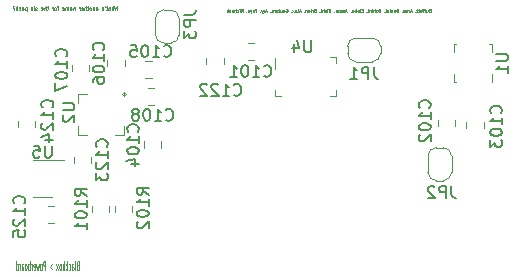
<source format=gbr>
%TF.GenerationSoftware,KiCad,Pcbnew,6.0.5*%
%TF.CreationDate,2022-05-19T12:05:38-04:00*%
%TF.ProjectId,Blackbox,426c6163-6b62-46f7-982e-6b696361645f,rev?*%
%TF.SameCoordinates,Original*%
%TF.FileFunction,Legend,Bot*%
%TF.FilePolarity,Positive*%
%FSLAX46Y46*%
G04 Gerber Fmt 4.6, Leading zero omitted, Abs format (unit mm)*
G04 Created by KiCad (PCBNEW 6.0.5) date 2022-05-19 12:05:38*
%MOMM*%
%LPD*%
G01*
G04 APERTURE LIST*
%ADD10C,0.063500*%
%ADD11C,0.050000*%
%ADD12C,0.075000*%
%ADD13C,0.150000*%
%ADD14C,0.120000*%
G04 APERTURE END LIST*
D10*
X175945285Y-95581857D02*
X175909000Y-95593952D01*
X175896904Y-95606047D01*
X175884809Y-95630238D01*
X175884809Y-95666523D01*
X175896904Y-95690714D01*
X175909000Y-95702809D01*
X175933190Y-95714904D01*
X176029952Y-95714904D01*
X176029952Y-95460904D01*
X175945285Y-95460904D01*
X175921095Y-95473000D01*
X175909000Y-95485095D01*
X175896904Y-95509285D01*
X175896904Y-95533476D01*
X175909000Y-95557666D01*
X175921095Y-95569761D01*
X175945285Y-95581857D01*
X176029952Y-95581857D01*
X175667095Y-95545571D02*
X175667095Y-95714904D01*
X175775952Y-95545571D02*
X175775952Y-95678619D01*
X175763857Y-95702809D01*
X175739666Y-95714904D01*
X175703380Y-95714904D01*
X175679190Y-95702809D01*
X175667095Y-95690714D01*
X175582428Y-95545571D02*
X175485666Y-95545571D01*
X175546142Y-95714904D02*
X175546142Y-95497190D01*
X175534047Y-95473000D01*
X175509857Y-95460904D01*
X175485666Y-95460904D01*
X175437285Y-95545571D02*
X175340523Y-95545571D01*
X175401000Y-95714904D02*
X175401000Y-95497190D01*
X175388904Y-95473000D01*
X175364714Y-95460904D01*
X175340523Y-95460904D01*
X175159095Y-95702809D02*
X175183285Y-95714904D01*
X175231666Y-95714904D01*
X175255857Y-95702809D01*
X175267952Y-95678619D01*
X175267952Y-95581857D01*
X175255857Y-95557666D01*
X175231666Y-95545571D01*
X175183285Y-95545571D01*
X175159095Y-95557666D01*
X175147000Y-95581857D01*
X175147000Y-95606047D01*
X175267952Y-95630238D01*
X175074428Y-95545571D02*
X174977666Y-95545571D01*
X175038142Y-95460904D02*
X175038142Y-95678619D01*
X175026047Y-95702809D01*
X175001857Y-95714904D01*
X174977666Y-95714904D01*
X174929285Y-95545571D02*
X174832523Y-95545571D01*
X174893000Y-95460904D02*
X174893000Y-95678619D01*
X174880904Y-95702809D01*
X174856714Y-95714904D01*
X174832523Y-95714904D01*
X174735761Y-95702809D02*
X174735761Y-95714904D01*
X174747857Y-95739095D01*
X174759952Y-95751190D01*
X174445476Y-95642333D02*
X174324523Y-95642333D01*
X174469666Y-95714904D02*
X174385000Y-95460904D01*
X174300333Y-95714904D01*
X174215666Y-95714904D02*
X174215666Y-95545571D01*
X174215666Y-95593952D02*
X174203571Y-95569761D01*
X174191476Y-95557666D01*
X174167285Y-95545571D01*
X174143095Y-95545571D01*
X174058428Y-95545571D02*
X174058428Y-95714904D01*
X174058428Y-95569761D02*
X174046333Y-95557666D01*
X174022142Y-95545571D01*
X173985857Y-95545571D01*
X173961666Y-95557666D01*
X173949571Y-95581857D01*
X173949571Y-95714904D01*
X173719761Y-95714904D02*
X173719761Y-95581857D01*
X173731857Y-95557666D01*
X173756047Y-95545571D01*
X173804428Y-95545571D01*
X173828619Y-95557666D01*
X173719761Y-95702809D02*
X173743952Y-95714904D01*
X173804428Y-95714904D01*
X173828619Y-95702809D01*
X173840714Y-95678619D01*
X173840714Y-95654428D01*
X173828619Y-95630238D01*
X173804428Y-95618142D01*
X173743952Y-95618142D01*
X173719761Y-95606047D01*
X173586714Y-95702809D02*
X173586714Y-95714904D01*
X173598809Y-95739095D01*
X173610904Y-95751190D01*
X173284333Y-95714904D02*
X173284333Y-95460904D01*
X173223857Y-95460904D01*
X173187571Y-95473000D01*
X173163380Y-95497190D01*
X173151285Y-95521380D01*
X173139190Y-95569761D01*
X173139190Y-95606047D01*
X173151285Y-95654428D01*
X173163380Y-95678619D01*
X173187571Y-95702809D01*
X173223857Y-95714904D01*
X173284333Y-95714904D01*
X172921476Y-95714904D02*
X172921476Y-95581857D01*
X172933571Y-95557666D01*
X172957761Y-95545571D01*
X173006142Y-95545571D01*
X173030333Y-95557666D01*
X172921476Y-95702809D02*
X172945666Y-95714904D01*
X173006142Y-95714904D01*
X173030333Y-95702809D01*
X173042428Y-95678619D01*
X173042428Y-95654428D01*
X173030333Y-95630238D01*
X173006142Y-95618142D01*
X172945666Y-95618142D01*
X172921476Y-95606047D01*
X172800523Y-95545571D02*
X172800523Y-95714904D01*
X172800523Y-95569761D02*
X172788428Y-95557666D01*
X172764238Y-95545571D01*
X172727952Y-95545571D01*
X172703761Y-95557666D01*
X172691666Y-95581857D01*
X172691666Y-95714904D01*
X172570714Y-95714904D02*
X172570714Y-95545571D01*
X172570714Y-95460904D02*
X172582809Y-95473000D01*
X172570714Y-95485095D01*
X172558619Y-95473000D01*
X172570714Y-95460904D01*
X172570714Y-95485095D01*
X172353000Y-95702809D02*
X172377190Y-95714904D01*
X172425571Y-95714904D01*
X172449761Y-95702809D01*
X172461857Y-95678619D01*
X172461857Y-95581857D01*
X172449761Y-95557666D01*
X172425571Y-95545571D01*
X172377190Y-95545571D01*
X172353000Y-95557666D01*
X172340904Y-95581857D01*
X172340904Y-95606047D01*
X172461857Y-95630238D01*
X172195761Y-95714904D02*
X172219952Y-95702809D01*
X172232047Y-95678619D01*
X172232047Y-95460904D01*
X172086904Y-95702809D02*
X172086904Y-95714904D01*
X172099000Y-95739095D01*
X172111095Y-95751190D01*
X171639380Y-95714904D02*
X171724047Y-95593952D01*
X171784523Y-95714904D02*
X171784523Y-95460904D01*
X171687761Y-95460904D01*
X171663571Y-95473000D01*
X171651476Y-95485095D01*
X171639380Y-95509285D01*
X171639380Y-95545571D01*
X171651476Y-95569761D01*
X171663571Y-95581857D01*
X171687761Y-95593952D01*
X171784523Y-95593952D01*
X171494238Y-95714904D02*
X171518428Y-95702809D01*
X171530523Y-95690714D01*
X171542619Y-95666523D01*
X171542619Y-95593952D01*
X171530523Y-95569761D01*
X171518428Y-95557666D01*
X171494238Y-95545571D01*
X171457952Y-95545571D01*
X171433761Y-95557666D01*
X171421666Y-95569761D01*
X171409571Y-95593952D01*
X171409571Y-95666523D01*
X171421666Y-95690714D01*
X171433761Y-95702809D01*
X171457952Y-95714904D01*
X171494238Y-95714904D01*
X171300714Y-95714904D02*
X171300714Y-95460904D01*
X171191857Y-95714904D02*
X171191857Y-95581857D01*
X171203952Y-95557666D01*
X171228142Y-95545571D01*
X171264428Y-95545571D01*
X171288619Y-95557666D01*
X171300714Y-95569761D01*
X171070904Y-95714904D02*
X171070904Y-95545571D01*
X171070904Y-95460904D02*
X171083000Y-95473000D01*
X171070904Y-95485095D01*
X171058809Y-95473000D01*
X171070904Y-95460904D01*
X171070904Y-95485095D01*
X170949952Y-95545571D02*
X170949952Y-95714904D01*
X170949952Y-95569761D02*
X170937857Y-95557666D01*
X170913666Y-95545571D01*
X170877380Y-95545571D01*
X170853190Y-95557666D01*
X170841095Y-95581857D01*
X170841095Y-95714904D01*
X170720142Y-95714904D02*
X170720142Y-95545571D01*
X170720142Y-95460904D02*
X170732238Y-95473000D01*
X170720142Y-95485095D01*
X170708047Y-95473000D01*
X170720142Y-95460904D01*
X170720142Y-95485095D01*
X170587095Y-95702809D02*
X170587095Y-95714904D01*
X170599190Y-95739095D01*
X170611285Y-95751190D01*
X170284714Y-95581857D02*
X170200047Y-95581857D01*
X170163761Y-95714904D02*
X170284714Y-95714904D01*
X170284714Y-95460904D01*
X170163761Y-95460904D01*
X170054904Y-95714904D02*
X170054904Y-95545571D01*
X170054904Y-95460904D02*
X170067000Y-95473000D01*
X170054904Y-95485095D01*
X170042809Y-95473000D01*
X170054904Y-95460904D01*
X170054904Y-95485095D01*
X169946047Y-95702809D02*
X169921857Y-95714904D01*
X169873476Y-95714904D01*
X169849285Y-95702809D01*
X169837190Y-95678619D01*
X169837190Y-95666523D01*
X169849285Y-95642333D01*
X169873476Y-95630238D01*
X169909761Y-95630238D01*
X169933952Y-95618142D01*
X169946047Y-95593952D01*
X169946047Y-95581857D01*
X169933952Y-95557666D01*
X169909761Y-95545571D01*
X169873476Y-95545571D01*
X169849285Y-95557666D01*
X169728333Y-95714904D02*
X169728333Y-95460904D01*
X169619476Y-95714904D02*
X169619476Y-95581857D01*
X169631571Y-95557666D01*
X169655761Y-95545571D01*
X169692047Y-95545571D01*
X169716238Y-95557666D01*
X169728333Y-95569761D01*
X169389666Y-95714904D02*
X169389666Y-95581857D01*
X169401761Y-95557666D01*
X169425952Y-95545571D01*
X169474333Y-95545571D01*
X169498523Y-95557666D01*
X169389666Y-95702809D02*
X169413857Y-95714904D01*
X169474333Y-95714904D01*
X169498523Y-95702809D01*
X169510619Y-95678619D01*
X169510619Y-95654428D01*
X169498523Y-95630238D01*
X169474333Y-95618142D01*
X169413857Y-95618142D01*
X169389666Y-95606047D01*
X169256619Y-95702809D02*
X169256619Y-95714904D01*
X169268714Y-95739095D01*
X169280809Y-95751190D01*
X168881666Y-95460904D02*
X168881666Y-95642333D01*
X168893761Y-95678619D01*
X168917952Y-95702809D01*
X168954238Y-95714904D01*
X168978428Y-95714904D01*
X168651857Y-95714904D02*
X168651857Y-95581857D01*
X168663952Y-95557666D01*
X168688142Y-95545571D01*
X168736523Y-95545571D01*
X168760714Y-95557666D01*
X168651857Y-95702809D02*
X168676047Y-95714904D01*
X168736523Y-95714904D01*
X168760714Y-95702809D01*
X168772809Y-95678619D01*
X168772809Y-95654428D01*
X168760714Y-95630238D01*
X168736523Y-95618142D01*
X168676047Y-95618142D01*
X168651857Y-95606047D01*
X168543000Y-95702809D02*
X168518809Y-95714904D01*
X168470428Y-95714904D01*
X168446238Y-95702809D01*
X168434142Y-95678619D01*
X168434142Y-95666523D01*
X168446238Y-95642333D01*
X168470428Y-95630238D01*
X168506714Y-95630238D01*
X168530904Y-95618142D01*
X168543000Y-95593952D01*
X168543000Y-95581857D01*
X168530904Y-95557666D01*
X168506714Y-95545571D01*
X168470428Y-95545571D01*
X168446238Y-95557666D01*
X168289000Y-95714904D02*
X168313190Y-95702809D01*
X168325285Y-95690714D01*
X168337380Y-95666523D01*
X168337380Y-95593952D01*
X168325285Y-95569761D01*
X168313190Y-95557666D01*
X168289000Y-95545571D01*
X168252714Y-95545571D01*
X168228523Y-95557666D01*
X168216428Y-95569761D01*
X168204333Y-95593952D01*
X168204333Y-95666523D01*
X168216428Y-95690714D01*
X168228523Y-95702809D01*
X168252714Y-95714904D01*
X168289000Y-95714904D01*
X168095476Y-95545571D02*
X168095476Y-95714904D01*
X168095476Y-95569761D02*
X168083380Y-95557666D01*
X168059190Y-95545571D01*
X168022904Y-95545571D01*
X167998714Y-95557666D01*
X167986619Y-95581857D01*
X167986619Y-95714904D01*
X167853571Y-95702809D02*
X167853571Y-95714904D01*
X167865666Y-95739095D01*
X167877761Y-95751190D01*
X167406047Y-95714904D02*
X167490714Y-95593952D01*
X167551190Y-95714904D02*
X167551190Y-95460904D01*
X167454428Y-95460904D01*
X167430238Y-95473000D01*
X167418142Y-95485095D01*
X167406047Y-95509285D01*
X167406047Y-95545571D01*
X167418142Y-95569761D01*
X167430238Y-95581857D01*
X167454428Y-95593952D01*
X167551190Y-95593952D01*
X167297190Y-95714904D02*
X167297190Y-95545571D01*
X167297190Y-95460904D02*
X167309285Y-95473000D01*
X167297190Y-95485095D01*
X167285095Y-95473000D01*
X167297190Y-95460904D01*
X167297190Y-95485095D01*
X167188333Y-95702809D02*
X167164142Y-95714904D01*
X167115761Y-95714904D01*
X167091571Y-95702809D01*
X167079476Y-95678619D01*
X167079476Y-95666523D01*
X167091571Y-95642333D01*
X167115761Y-95630238D01*
X167152047Y-95630238D01*
X167176238Y-95618142D01*
X167188333Y-95593952D01*
X167188333Y-95581857D01*
X167176238Y-95557666D01*
X167152047Y-95545571D01*
X167115761Y-95545571D01*
X167091571Y-95557666D01*
X166970619Y-95714904D02*
X166970619Y-95460904D01*
X166861761Y-95714904D02*
X166861761Y-95581857D01*
X166873857Y-95557666D01*
X166898047Y-95545571D01*
X166934333Y-95545571D01*
X166958523Y-95557666D01*
X166970619Y-95569761D01*
X166740809Y-95714904D02*
X166740809Y-95545571D01*
X166740809Y-95460904D02*
X166752904Y-95473000D01*
X166740809Y-95485095D01*
X166728714Y-95473000D01*
X166740809Y-95460904D01*
X166740809Y-95485095D01*
X166607761Y-95702809D02*
X166607761Y-95714904D01*
X166619857Y-95739095D01*
X166631952Y-95751190D01*
X166220714Y-95581857D02*
X166184428Y-95593952D01*
X166172333Y-95606047D01*
X166160238Y-95630238D01*
X166160238Y-95666523D01*
X166172333Y-95690714D01*
X166184428Y-95702809D01*
X166208619Y-95714904D01*
X166305380Y-95714904D01*
X166305380Y-95460904D01*
X166220714Y-95460904D01*
X166196523Y-95473000D01*
X166184428Y-95485095D01*
X166172333Y-95509285D01*
X166172333Y-95533476D01*
X166184428Y-95557666D01*
X166196523Y-95569761D01*
X166220714Y-95581857D01*
X166305380Y-95581857D01*
X166051380Y-95714904D02*
X166051380Y-95545571D01*
X166051380Y-95593952D02*
X166039285Y-95569761D01*
X166027190Y-95557666D01*
X166003000Y-95545571D01*
X165978809Y-95545571D01*
X165894142Y-95714904D02*
X165894142Y-95545571D01*
X165894142Y-95460904D02*
X165906238Y-95473000D01*
X165894142Y-95485095D01*
X165882047Y-95473000D01*
X165894142Y-95460904D01*
X165894142Y-95485095D01*
X165664333Y-95714904D02*
X165664333Y-95581857D01*
X165676428Y-95557666D01*
X165700619Y-95545571D01*
X165749000Y-95545571D01*
X165773190Y-95557666D01*
X165664333Y-95702809D02*
X165688523Y-95714904D01*
X165749000Y-95714904D01*
X165773190Y-95702809D01*
X165785285Y-95678619D01*
X165785285Y-95654428D01*
X165773190Y-95630238D01*
X165749000Y-95618142D01*
X165688523Y-95618142D01*
X165664333Y-95606047D01*
X165543380Y-95545571D02*
X165543380Y-95714904D01*
X165543380Y-95569761D02*
X165531285Y-95557666D01*
X165507095Y-95545571D01*
X165470809Y-95545571D01*
X165446619Y-95557666D01*
X165434523Y-95581857D01*
X165434523Y-95714904D01*
X165301476Y-95702809D02*
X165301476Y-95714904D01*
X165313571Y-95739095D01*
X165325666Y-95751190D01*
X165011190Y-95642333D02*
X164890238Y-95642333D01*
X165035380Y-95714904D02*
X164950714Y-95460904D01*
X164866047Y-95714904D01*
X164745095Y-95714904D02*
X164769285Y-95702809D01*
X164781380Y-95678619D01*
X164781380Y-95460904D01*
X164551571Y-95702809D02*
X164575761Y-95714904D01*
X164624142Y-95714904D01*
X164648333Y-95702809D01*
X164660428Y-95678619D01*
X164660428Y-95581857D01*
X164648333Y-95557666D01*
X164624142Y-95545571D01*
X164575761Y-95545571D01*
X164551571Y-95557666D01*
X164539476Y-95581857D01*
X164539476Y-95606047D01*
X164660428Y-95630238D01*
X164454809Y-95714904D02*
X164321761Y-95545571D01*
X164454809Y-95545571D02*
X164321761Y-95714904D01*
X164212904Y-95702809D02*
X164212904Y-95714904D01*
X164225000Y-95739095D01*
X164237095Y-95751190D01*
X163777476Y-95473000D02*
X163801666Y-95460904D01*
X163837952Y-95460904D01*
X163874238Y-95473000D01*
X163898428Y-95497190D01*
X163910523Y-95521380D01*
X163922619Y-95569761D01*
X163922619Y-95606047D01*
X163910523Y-95654428D01*
X163898428Y-95678619D01*
X163874238Y-95702809D01*
X163837952Y-95714904D01*
X163813761Y-95714904D01*
X163777476Y-95702809D01*
X163765380Y-95690714D01*
X163765380Y-95606047D01*
X163813761Y-95606047D01*
X163547666Y-95714904D02*
X163547666Y-95581857D01*
X163559761Y-95557666D01*
X163583952Y-95545571D01*
X163632333Y-95545571D01*
X163656523Y-95557666D01*
X163547666Y-95702809D02*
X163571857Y-95714904D01*
X163632333Y-95714904D01*
X163656523Y-95702809D01*
X163668619Y-95678619D01*
X163668619Y-95654428D01*
X163656523Y-95630238D01*
X163632333Y-95618142D01*
X163571857Y-95618142D01*
X163547666Y-95606047D01*
X163317857Y-95545571D02*
X163317857Y-95714904D01*
X163426714Y-95545571D02*
X163426714Y-95678619D01*
X163414619Y-95702809D01*
X163390428Y-95714904D01*
X163354142Y-95714904D01*
X163329952Y-95702809D01*
X163317857Y-95690714D01*
X163233190Y-95545571D02*
X163136428Y-95545571D01*
X163196904Y-95460904D02*
X163196904Y-95678619D01*
X163184809Y-95702809D01*
X163160619Y-95714904D01*
X163136428Y-95714904D01*
X162942904Y-95714904D02*
X162942904Y-95581857D01*
X162955000Y-95557666D01*
X162979190Y-95545571D01*
X163027571Y-95545571D01*
X163051761Y-95557666D01*
X162942904Y-95702809D02*
X162967095Y-95714904D01*
X163027571Y-95714904D01*
X163051761Y-95702809D01*
X163063857Y-95678619D01*
X163063857Y-95654428D01*
X163051761Y-95630238D01*
X163027571Y-95618142D01*
X162967095Y-95618142D01*
X162942904Y-95606047D01*
X162821952Y-95714904D02*
X162821952Y-95545571D01*
X162821952Y-95569761D02*
X162809857Y-95557666D01*
X162785666Y-95545571D01*
X162749380Y-95545571D01*
X162725190Y-95557666D01*
X162713095Y-95581857D01*
X162713095Y-95714904D01*
X162713095Y-95581857D02*
X162701000Y-95557666D01*
X162676809Y-95545571D01*
X162640523Y-95545571D01*
X162616333Y-95557666D01*
X162604238Y-95581857D01*
X162604238Y-95714904D01*
X162471190Y-95702809D02*
X162471190Y-95714904D01*
X162483285Y-95739095D01*
X162495380Y-95751190D01*
X162180904Y-95642333D02*
X162059952Y-95642333D01*
X162205095Y-95714904D02*
X162120428Y-95460904D01*
X162035761Y-95714904D01*
X161951095Y-95714904D02*
X161951095Y-95545571D01*
X161951095Y-95593952D02*
X161939000Y-95569761D01*
X161926904Y-95557666D01*
X161902714Y-95545571D01*
X161878523Y-95545571D01*
X161818047Y-95545571D02*
X161757571Y-95714904D01*
X161697095Y-95545571D02*
X161757571Y-95714904D01*
X161781761Y-95775380D01*
X161793857Y-95787476D01*
X161818047Y-95799571D01*
X161588238Y-95702809D02*
X161588238Y-95714904D01*
X161600333Y-95739095D01*
X161612428Y-95751190D01*
X161201190Y-95581857D02*
X161285857Y-95581857D01*
X161285857Y-95714904D02*
X161285857Y-95460904D01*
X161164904Y-95460904D01*
X160959285Y-95714904D02*
X160959285Y-95581857D01*
X160971380Y-95557666D01*
X160995571Y-95545571D01*
X161043952Y-95545571D01*
X161068142Y-95557666D01*
X160959285Y-95702809D02*
X160983476Y-95714904D01*
X161043952Y-95714904D01*
X161068142Y-95702809D01*
X161080238Y-95678619D01*
X161080238Y-95654428D01*
X161068142Y-95630238D01*
X161043952Y-95618142D01*
X160983476Y-95618142D01*
X160959285Y-95606047D01*
X160862523Y-95545571D02*
X160802047Y-95714904D01*
X160741571Y-95545571D02*
X160802047Y-95714904D01*
X160826238Y-95775380D01*
X160838333Y-95787476D01*
X160862523Y-95799571D01*
X160548047Y-95702809D02*
X160572238Y-95714904D01*
X160620619Y-95714904D01*
X160644809Y-95702809D01*
X160656904Y-95678619D01*
X160656904Y-95581857D01*
X160644809Y-95557666D01*
X160620619Y-95545571D01*
X160572238Y-95545571D01*
X160548047Y-95557666D01*
X160535952Y-95581857D01*
X160535952Y-95606047D01*
X160656904Y-95630238D01*
X160415000Y-95702809D02*
X160415000Y-95714904D01*
X160427095Y-95739095D01*
X160439190Y-95751190D01*
X159967476Y-95714904D02*
X160052142Y-95593952D01*
X160112619Y-95714904D02*
X160112619Y-95460904D01*
X160015857Y-95460904D01*
X159991666Y-95473000D01*
X159979571Y-95485095D01*
X159967476Y-95509285D01*
X159967476Y-95545571D01*
X159979571Y-95569761D01*
X159991666Y-95581857D01*
X160015857Y-95593952D01*
X160112619Y-95593952D01*
X159858619Y-95714904D02*
X159858619Y-95545571D01*
X159858619Y-95460904D02*
X159870714Y-95473000D01*
X159858619Y-95485095D01*
X159846523Y-95473000D01*
X159858619Y-95460904D01*
X159858619Y-95485095D01*
X159628809Y-95702809D02*
X159653000Y-95714904D01*
X159701380Y-95714904D01*
X159725571Y-95702809D01*
X159737666Y-95690714D01*
X159749761Y-95666523D01*
X159749761Y-95593952D01*
X159737666Y-95569761D01*
X159725571Y-95557666D01*
X159701380Y-95545571D01*
X159653000Y-95545571D01*
X159628809Y-95557666D01*
X159519952Y-95714904D02*
X159519952Y-95460904D01*
X159411095Y-95714904D02*
X159411095Y-95581857D01*
X159423190Y-95557666D01*
X159447380Y-95545571D01*
X159483666Y-95545571D01*
X159507857Y-95557666D01*
X159519952Y-95569761D01*
X159193380Y-95702809D02*
X159217571Y-95714904D01*
X159265952Y-95714904D01*
X159290142Y-95702809D01*
X159302238Y-95678619D01*
X159302238Y-95581857D01*
X159290142Y-95557666D01*
X159265952Y-95545571D01*
X159217571Y-95545571D01*
X159193380Y-95557666D01*
X159181285Y-95581857D01*
X159181285Y-95606047D01*
X159302238Y-95630238D01*
X158975666Y-95702809D02*
X158999857Y-95714904D01*
X159048238Y-95714904D01*
X159072428Y-95702809D01*
X159084523Y-95678619D01*
X159084523Y-95581857D01*
X159072428Y-95557666D01*
X159048238Y-95545571D01*
X158999857Y-95545571D01*
X158975666Y-95557666D01*
X158963571Y-95581857D01*
X158963571Y-95606047D01*
X159084523Y-95630238D01*
X158854714Y-95714904D02*
X158854714Y-95460904D01*
X158830523Y-95618142D02*
X158757952Y-95714904D01*
X158757952Y-95545571D02*
X158854714Y-95642333D01*
D11*
X149517857Y-95235714D02*
X149446428Y-95535714D01*
X149389285Y-95321428D01*
X149332142Y-95535714D01*
X149260714Y-95235714D01*
X149146428Y-95535714D02*
X149146428Y-95235714D01*
X149017857Y-95535714D02*
X149017857Y-95378571D01*
X149032142Y-95350000D01*
X149060714Y-95335714D01*
X149103571Y-95335714D01*
X149132142Y-95350000D01*
X149146428Y-95364285D01*
X148746428Y-95535714D02*
X148746428Y-95378571D01*
X148760714Y-95350000D01*
X148789285Y-95335714D01*
X148846428Y-95335714D01*
X148875000Y-95350000D01*
X148746428Y-95521428D02*
X148775000Y-95535714D01*
X148846428Y-95535714D01*
X148875000Y-95521428D01*
X148889285Y-95492857D01*
X148889285Y-95464285D01*
X148875000Y-95435714D01*
X148846428Y-95421428D01*
X148775000Y-95421428D01*
X148746428Y-95407142D01*
X148646428Y-95335714D02*
X148532142Y-95335714D01*
X148603571Y-95235714D02*
X148603571Y-95492857D01*
X148589285Y-95521428D01*
X148560714Y-95535714D01*
X148532142Y-95535714D01*
X148417857Y-95235714D02*
X148446428Y-95292857D01*
X148303571Y-95521428D02*
X148275000Y-95535714D01*
X148217857Y-95535714D01*
X148189285Y-95521428D01*
X148175000Y-95492857D01*
X148175000Y-95478571D01*
X148189285Y-95450000D01*
X148217857Y-95435714D01*
X148260714Y-95435714D01*
X148289285Y-95421428D01*
X148303571Y-95392857D01*
X148303571Y-95378571D01*
X148289285Y-95350000D01*
X148260714Y-95335714D01*
X148217857Y-95335714D01*
X148189285Y-95350000D01*
X147689285Y-95535714D02*
X147689285Y-95378571D01*
X147703571Y-95350000D01*
X147732142Y-95335714D01*
X147789285Y-95335714D01*
X147817857Y-95350000D01*
X147689285Y-95521428D02*
X147717857Y-95535714D01*
X147789285Y-95535714D01*
X147817857Y-95521428D01*
X147832142Y-95492857D01*
X147832142Y-95464285D01*
X147817857Y-95435714D01*
X147789285Y-95421428D01*
X147717857Y-95421428D01*
X147689285Y-95407142D01*
X147546428Y-95335714D02*
X147546428Y-95535714D01*
X147546428Y-95364285D02*
X147532142Y-95350000D01*
X147503571Y-95335714D01*
X147460714Y-95335714D01*
X147432142Y-95350000D01*
X147417857Y-95378571D01*
X147417857Y-95535714D01*
X147232142Y-95535714D02*
X147260714Y-95521428D01*
X147275000Y-95507142D01*
X147289285Y-95478571D01*
X147289285Y-95392857D01*
X147275000Y-95364285D01*
X147260714Y-95350000D01*
X147232142Y-95335714D01*
X147189285Y-95335714D01*
X147160714Y-95350000D01*
X147146428Y-95364285D01*
X147132142Y-95392857D01*
X147132142Y-95478571D01*
X147146428Y-95507142D01*
X147160714Y-95521428D01*
X147189285Y-95535714D01*
X147232142Y-95535714D01*
X147046428Y-95335714D02*
X146932142Y-95335714D01*
X147003571Y-95235714D02*
X147003571Y-95492857D01*
X146989285Y-95521428D01*
X146960714Y-95535714D01*
X146932142Y-95535714D01*
X146832142Y-95535714D02*
X146832142Y-95235714D01*
X146703571Y-95535714D02*
X146703571Y-95378571D01*
X146717857Y-95350000D01*
X146746428Y-95335714D01*
X146789285Y-95335714D01*
X146817857Y-95350000D01*
X146832142Y-95364285D01*
X146446428Y-95521428D02*
X146475000Y-95535714D01*
X146532142Y-95535714D01*
X146560714Y-95521428D01*
X146575000Y-95492857D01*
X146575000Y-95378571D01*
X146560714Y-95350000D01*
X146532142Y-95335714D01*
X146475000Y-95335714D01*
X146446428Y-95350000D01*
X146432142Y-95378571D01*
X146432142Y-95407142D01*
X146575000Y-95435714D01*
X146303571Y-95535714D02*
X146303571Y-95335714D01*
X146303571Y-95392857D02*
X146289285Y-95364285D01*
X146275000Y-95350000D01*
X146246428Y-95335714D01*
X146217857Y-95335714D01*
X145889285Y-95335714D02*
X145889285Y-95535714D01*
X145889285Y-95364285D02*
X145875000Y-95350000D01*
X145846428Y-95335714D01*
X145803571Y-95335714D01*
X145775000Y-95350000D01*
X145760714Y-95378571D01*
X145760714Y-95535714D01*
X145489285Y-95535714D02*
X145489285Y-95378571D01*
X145503571Y-95350000D01*
X145532142Y-95335714D01*
X145589285Y-95335714D01*
X145617857Y-95350000D01*
X145489285Y-95521428D02*
X145517857Y-95535714D01*
X145589285Y-95535714D01*
X145617857Y-95521428D01*
X145632142Y-95492857D01*
X145632142Y-95464285D01*
X145617857Y-95435714D01*
X145589285Y-95421428D01*
X145517857Y-95421428D01*
X145489285Y-95407142D01*
X145346428Y-95535714D02*
X145346428Y-95335714D01*
X145346428Y-95364285D02*
X145332142Y-95350000D01*
X145303571Y-95335714D01*
X145260714Y-95335714D01*
X145232142Y-95350000D01*
X145217857Y-95378571D01*
X145217857Y-95535714D01*
X145217857Y-95378571D02*
X145203571Y-95350000D01*
X145175000Y-95335714D01*
X145132142Y-95335714D01*
X145103571Y-95350000D01*
X145089285Y-95378571D01*
X145089285Y-95535714D01*
X144832142Y-95521428D02*
X144860714Y-95535714D01*
X144917857Y-95535714D01*
X144946428Y-95521428D01*
X144960714Y-95492857D01*
X144960714Y-95378571D01*
X144946428Y-95350000D01*
X144917857Y-95335714D01*
X144860714Y-95335714D01*
X144832142Y-95350000D01*
X144817857Y-95378571D01*
X144817857Y-95407142D01*
X144960714Y-95435714D01*
X144503571Y-95335714D02*
X144389285Y-95335714D01*
X144460714Y-95535714D02*
X144460714Y-95278571D01*
X144446428Y-95250000D01*
X144417857Y-95235714D01*
X144389285Y-95235714D01*
X144246428Y-95535714D02*
X144275000Y-95521428D01*
X144289285Y-95507142D01*
X144303571Y-95478571D01*
X144303571Y-95392857D01*
X144289285Y-95364285D01*
X144275000Y-95350000D01*
X144246428Y-95335714D01*
X144203571Y-95335714D01*
X144175000Y-95350000D01*
X144160714Y-95364285D01*
X144146428Y-95392857D01*
X144146428Y-95478571D01*
X144160714Y-95507142D01*
X144175000Y-95521428D01*
X144203571Y-95535714D01*
X144246428Y-95535714D01*
X144017857Y-95535714D02*
X144017857Y-95335714D01*
X144017857Y-95392857D02*
X144003571Y-95364285D01*
X143989285Y-95350000D01*
X143960714Y-95335714D01*
X143932142Y-95335714D01*
X143646428Y-95335714D02*
X143532142Y-95335714D01*
X143603571Y-95235714D02*
X143603571Y-95492857D01*
X143589285Y-95521428D01*
X143560714Y-95535714D01*
X143532142Y-95535714D01*
X143432142Y-95535714D02*
X143432142Y-95235714D01*
X143303571Y-95535714D02*
X143303571Y-95378571D01*
X143317857Y-95350000D01*
X143346428Y-95335714D01*
X143389285Y-95335714D01*
X143417857Y-95350000D01*
X143432142Y-95364285D01*
X143046428Y-95521428D02*
X143075000Y-95535714D01*
X143132142Y-95535714D01*
X143160714Y-95521428D01*
X143175000Y-95492857D01*
X143175000Y-95378571D01*
X143160714Y-95350000D01*
X143132142Y-95335714D01*
X143075000Y-95335714D01*
X143046428Y-95350000D01*
X143032142Y-95378571D01*
X143032142Y-95407142D01*
X143175000Y-95435714D01*
X142689285Y-95521428D02*
X142660714Y-95535714D01*
X142603571Y-95535714D01*
X142575000Y-95521428D01*
X142560714Y-95492857D01*
X142560714Y-95478571D01*
X142575000Y-95450000D01*
X142603571Y-95435714D01*
X142646428Y-95435714D01*
X142675000Y-95421428D01*
X142689285Y-95392857D01*
X142689285Y-95378571D01*
X142675000Y-95350000D01*
X142646428Y-95335714D01*
X142603571Y-95335714D01*
X142575000Y-95350000D01*
X142432142Y-95535714D02*
X142432142Y-95335714D01*
X142432142Y-95235714D02*
X142446428Y-95250000D01*
X142432142Y-95264285D01*
X142417857Y-95250000D01*
X142432142Y-95235714D01*
X142432142Y-95264285D01*
X142317857Y-95535714D02*
X142160714Y-95335714D01*
X142317857Y-95335714D02*
X142160714Y-95535714D01*
X141817857Y-95335714D02*
X141817857Y-95635714D01*
X141817857Y-95350000D02*
X141789285Y-95335714D01*
X141732142Y-95335714D01*
X141703571Y-95350000D01*
X141689285Y-95364285D01*
X141675000Y-95392857D01*
X141675000Y-95478571D01*
X141689285Y-95507142D01*
X141703571Y-95521428D01*
X141732142Y-95535714D01*
X141789285Y-95535714D01*
X141817857Y-95521428D01*
X141417857Y-95535714D02*
X141417857Y-95378571D01*
X141432142Y-95350000D01*
X141460714Y-95335714D01*
X141517857Y-95335714D01*
X141546428Y-95350000D01*
X141417857Y-95521428D02*
X141446428Y-95535714D01*
X141517857Y-95535714D01*
X141546428Y-95521428D01*
X141560714Y-95492857D01*
X141560714Y-95464285D01*
X141546428Y-95435714D01*
X141517857Y-95421428D01*
X141446428Y-95421428D01*
X141417857Y-95407142D01*
X141146428Y-95521428D02*
X141175000Y-95535714D01*
X141232142Y-95535714D01*
X141260714Y-95521428D01*
X141275000Y-95507142D01*
X141289285Y-95478571D01*
X141289285Y-95392857D01*
X141275000Y-95364285D01*
X141260714Y-95350000D01*
X141232142Y-95335714D01*
X141175000Y-95335714D01*
X141146428Y-95350000D01*
X141017857Y-95535714D02*
X141017857Y-95235714D01*
X140989285Y-95421428D02*
X140903571Y-95535714D01*
X140903571Y-95335714D02*
X141017857Y-95450000D01*
X140732142Y-95507142D02*
X140717857Y-95521428D01*
X140732142Y-95535714D01*
X140746428Y-95521428D01*
X140732142Y-95507142D01*
X140732142Y-95535714D01*
X140789285Y-95250000D02*
X140760714Y-95235714D01*
X140689285Y-95235714D01*
X140660714Y-95250000D01*
X140646428Y-95278571D01*
X140646428Y-95307142D01*
X140660714Y-95335714D01*
X140675000Y-95350000D01*
X140703571Y-95364285D01*
X140717857Y-95378571D01*
X140732142Y-95407142D01*
X140732142Y-95421428D01*
D12*
X146150000Y-117171428D02*
X146107142Y-117207142D01*
X146092857Y-117242857D01*
X146078571Y-117314285D01*
X146078571Y-117421428D01*
X146092857Y-117492857D01*
X146107142Y-117528571D01*
X146135714Y-117564285D01*
X146250000Y-117564285D01*
X146250000Y-116814285D01*
X146150000Y-116814285D01*
X146121428Y-116850000D01*
X146107142Y-116885714D01*
X146092857Y-116957142D01*
X146092857Y-117028571D01*
X146107142Y-117100000D01*
X146121428Y-117135714D01*
X146150000Y-117171428D01*
X146250000Y-117171428D01*
X145907142Y-117564285D02*
X145935714Y-117528571D01*
X145950000Y-117457142D01*
X145950000Y-116814285D01*
X145664285Y-117564285D02*
X145664285Y-117171428D01*
X145678571Y-117100000D01*
X145707142Y-117064285D01*
X145764285Y-117064285D01*
X145792857Y-117100000D01*
X145664285Y-117528571D02*
X145692857Y-117564285D01*
X145764285Y-117564285D01*
X145792857Y-117528571D01*
X145807142Y-117457142D01*
X145807142Y-117385714D01*
X145792857Y-117314285D01*
X145764285Y-117278571D01*
X145692857Y-117278571D01*
X145664285Y-117242857D01*
X145392857Y-117528571D02*
X145421428Y-117564285D01*
X145478571Y-117564285D01*
X145507142Y-117528571D01*
X145521428Y-117492857D01*
X145535714Y-117421428D01*
X145535714Y-117207142D01*
X145521428Y-117135714D01*
X145507142Y-117100000D01*
X145478571Y-117064285D01*
X145421428Y-117064285D01*
X145392857Y-117100000D01*
X145264285Y-117564285D02*
X145264285Y-116814285D01*
X145235714Y-117278571D02*
X145150000Y-117564285D01*
X145150000Y-117064285D02*
X145264285Y-117350000D01*
X145021428Y-117564285D02*
X145021428Y-116814285D01*
X145021428Y-117100000D02*
X144992857Y-117064285D01*
X144935714Y-117064285D01*
X144907142Y-117100000D01*
X144892857Y-117135714D01*
X144878571Y-117207142D01*
X144878571Y-117421428D01*
X144892857Y-117492857D01*
X144907142Y-117528571D01*
X144935714Y-117564285D01*
X144992857Y-117564285D01*
X145021428Y-117528571D01*
X144707142Y-117564285D02*
X144735714Y-117528571D01*
X144750000Y-117492857D01*
X144764285Y-117421428D01*
X144764285Y-117207142D01*
X144750000Y-117135714D01*
X144735714Y-117100000D01*
X144707142Y-117064285D01*
X144664285Y-117064285D01*
X144635714Y-117100000D01*
X144621428Y-117135714D01*
X144607142Y-117207142D01*
X144607142Y-117421428D01*
X144621428Y-117492857D01*
X144635714Y-117528571D01*
X144664285Y-117564285D01*
X144707142Y-117564285D01*
X144507142Y-117564285D02*
X144350000Y-117064285D01*
X144507142Y-117064285D02*
X144350000Y-117564285D01*
X144007142Y-117064285D02*
X143778571Y-117278571D01*
X144007142Y-117492857D01*
X143407142Y-117564285D02*
X143407142Y-116814285D01*
X143292857Y-116814285D01*
X143264285Y-116850000D01*
X143250000Y-116885714D01*
X143235714Y-116957142D01*
X143235714Y-117064285D01*
X143250000Y-117135714D01*
X143264285Y-117171428D01*
X143292857Y-117207142D01*
X143407142Y-117207142D01*
X143064285Y-117564285D02*
X143092857Y-117528571D01*
X143107142Y-117492857D01*
X143121428Y-117421428D01*
X143121428Y-117207142D01*
X143107142Y-117135714D01*
X143092857Y-117100000D01*
X143064285Y-117064285D01*
X143021428Y-117064285D01*
X142992857Y-117100000D01*
X142978571Y-117135714D01*
X142964285Y-117207142D01*
X142964285Y-117421428D01*
X142978571Y-117492857D01*
X142992857Y-117528571D01*
X143021428Y-117564285D01*
X143064285Y-117564285D01*
X142864285Y-117064285D02*
X142807142Y-117564285D01*
X142750000Y-117207142D01*
X142692857Y-117564285D01*
X142635714Y-117064285D01*
X142407142Y-117528571D02*
X142435714Y-117564285D01*
X142492857Y-117564285D01*
X142521428Y-117528571D01*
X142535714Y-117457142D01*
X142535714Y-117171428D01*
X142521428Y-117100000D01*
X142492857Y-117064285D01*
X142435714Y-117064285D01*
X142407142Y-117100000D01*
X142392857Y-117171428D01*
X142392857Y-117242857D01*
X142535714Y-117314285D01*
X142264285Y-117564285D02*
X142264285Y-117064285D01*
X142264285Y-117207142D02*
X142250000Y-117135714D01*
X142235714Y-117100000D01*
X142207142Y-117064285D01*
X142178571Y-117064285D01*
X142078571Y-117564285D02*
X142078571Y-116814285D01*
X142078571Y-117100000D02*
X142050000Y-117064285D01*
X141992857Y-117064285D01*
X141964285Y-117100000D01*
X141950000Y-117135714D01*
X141935714Y-117207142D01*
X141935714Y-117421428D01*
X141950000Y-117492857D01*
X141964285Y-117528571D01*
X141992857Y-117564285D01*
X142050000Y-117564285D01*
X142078571Y-117528571D01*
X141764285Y-117564285D02*
X141792857Y-117528571D01*
X141807142Y-117492857D01*
X141821428Y-117421428D01*
X141821428Y-117207142D01*
X141807142Y-117135714D01*
X141792857Y-117100000D01*
X141764285Y-117064285D01*
X141721428Y-117064285D01*
X141692857Y-117100000D01*
X141678571Y-117135714D01*
X141664285Y-117207142D01*
X141664285Y-117421428D01*
X141678571Y-117492857D01*
X141692857Y-117528571D01*
X141721428Y-117564285D01*
X141764285Y-117564285D01*
X141407142Y-117564285D02*
X141407142Y-117171428D01*
X141421428Y-117100000D01*
X141450000Y-117064285D01*
X141507142Y-117064285D01*
X141535714Y-117100000D01*
X141407142Y-117528571D02*
X141435714Y-117564285D01*
X141507142Y-117564285D01*
X141535714Y-117528571D01*
X141550000Y-117457142D01*
X141550000Y-117385714D01*
X141535714Y-117314285D01*
X141507142Y-117278571D01*
X141435714Y-117278571D01*
X141407142Y-117242857D01*
X141264285Y-117564285D02*
X141264285Y-117064285D01*
X141264285Y-117207142D02*
X141250000Y-117135714D01*
X141235714Y-117100000D01*
X141207142Y-117064285D01*
X141178571Y-117064285D01*
X140950000Y-117564285D02*
X140950000Y-116814285D01*
X140950000Y-117528571D02*
X140978571Y-117564285D01*
X141035714Y-117564285D01*
X141064285Y-117528571D01*
X141078571Y-117492857D01*
X141092857Y-117421428D01*
X141092857Y-117207142D01*
X141078571Y-117135714D01*
X141064285Y-117100000D01*
X141035714Y-117064285D01*
X140978571Y-117064285D01*
X140950000Y-117100000D01*
D13*
%TO.C,C122*%
X159361047Y-102719142D02*
X159408666Y-102766761D01*
X159551523Y-102814380D01*
X159646761Y-102814380D01*
X159789619Y-102766761D01*
X159884857Y-102671523D01*
X159932476Y-102576285D01*
X159980095Y-102385809D01*
X159980095Y-102242952D01*
X159932476Y-102052476D01*
X159884857Y-101957238D01*
X159789619Y-101862000D01*
X159646761Y-101814380D01*
X159551523Y-101814380D01*
X159408666Y-101862000D01*
X159361047Y-101909619D01*
X158408666Y-102814380D02*
X158980095Y-102814380D01*
X158694380Y-102814380D02*
X158694380Y-101814380D01*
X158789619Y-101957238D01*
X158884857Y-102052476D01*
X158980095Y-102100095D01*
X158027714Y-101909619D02*
X157980095Y-101862000D01*
X157884857Y-101814380D01*
X157646761Y-101814380D01*
X157551523Y-101862000D01*
X157503904Y-101909619D01*
X157456285Y-102004857D01*
X157456285Y-102100095D01*
X157503904Y-102242952D01*
X158075333Y-102814380D01*
X157456285Y-102814380D01*
X157075333Y-101909619D02*
X157027714Y-101862000D01*
X156932476Y-101814380D01*
X156694380Y-101814380D01*
X156599142Y-101862000D01*
X156551523Y-101909619D01*
X156503904Y-102004857D01*
X156503904Y-102100095D01*
X156551523Y-102242952D01*
X157122952Y-102814380D01*
X156503904Y-102814380D01*
%TO.C,C124*%
X143982142Y-103805952D02*
X144029761Y-103758333D01*
X144077380Y-103615476D01*
X144077380Y-103520238D01*
X144029761Y-103377380D01*
X143934523Y-103282142D01*
X143839285Y-103234523D01*
X143648809Y-103186904D01*
X143505952Y-103186904D01*
X143315476Y-103234523D01*
X143220238Y-103282142D01*
X143125000Y-103377380D01*
X143077380Y-103520238D01*
X143077380Y-103615476D01*
X143125000Y-103758333D01*
X143172619Y-103805952D01*
X144077380Y-104758333D02*
X144077380Y-104186904D01*
X144077380Y-104472619D02*
X143077380Y-104472619D01*
X143220238Y-104377380D01*
X143315476Y-104282142D01*
X143363095Y-104186904D01*
X143172619Y-105139285D02*
X143125000Y-105186904D01*
X143077380Y-105282142D01*
X143077380Y-105520238D01*
X143125000Y-105615476D01*
X143172619Y-105663095D01*
X143267857Y-105710714D01*
X143363095Y-105710714D01*
X143505952Y-105663095D01*
X144077380Y-105091666D01*
X144077380Y-105710714D01*
X143410714Y-106567857D02*
X144077380Y-106567857D01*
X143029761Y-106329761D02*
X143744047Y-106091666D01*
X143744047Y-106710714D01*
%TO.C,C107*%
X145157142Y-99480952D02*
X145204761Y-99433333D01*
X145252380Y-99290476D01*
X145252380Y-99195238D01*
X145204761Y-99052380D01*
X145109523Y-98957142D01*
X145014285Y-98909523D01*
X144823809Y-98861904D01*
X144680952Y-98861904D01*
X144490476Y-98909523D01*
X144395238Y-98957142D01*
X144300000Y-99052380D01*
X144252380Y-99195238D01*
X144252380Y-99290476D01*
X144300000Y-99433333D01*
X144347619Y-99480952D01*
X145252380Y-100433333D02*
X145252380Y-99861904D01*
X145252380Y-100147619D02*
X144252380Y-100147619D01*
X144395238Y-100052380D01*
X144490476Y-99957142D01*
X144538095Y-99861904D01*
X144252380Y-101052380D02*
X144252380Y-101147619D01*
X144300000Y-101242857D01*
X144347619Y-101290476D01*
X144442857Y-101338095D01*
X144633333Y-101385714D01*
X144871428Y-101385714D01*
X145061904Y-101338095D01*
X145157142Y-101290476D01*
X145204761Y-101242857D01*
X145252380Y-101147619D01*
X145252380Y-101052380D01*
X145204761Y-100957142D01*
X145157142Y-100909523D01*
X145061904Y-100861904D01*
X144871428Y-100814285D01*
X144633333Y-100814285D01*
X144442857Y-100861904D01*
X144347619Y-100909523D01*
X144300000Y-100957142D01*
X144252380Y-101052380D01*
X144252380Y-101719047D02*
X144252380Y-102385714D01*
X145252380Y-101957142D01*
%TO.C,C106*%
X148307142Y-98930952D02*
X148354761Y-98883333D01*
X148402380Y-98740476D01*
X148402380Y-98645238D01*
X148354761Y-98502380D01*
X148259523Y-98407142D01*
X148164285Y-98359523D01*
X147973809Y-98311904D01*
X147830952Y-98311904D01*
X147640476Y-98359523D01*
X147545238Y-98407142D01*
X147450000Y-98502380D01*
X147402380Y-98645238D01*
X147402380Y-98740476D01*
X147450000Y-98883333D01*
X147497619Y-98930952D01*
X148402380Y-99883333D02*
X148402380Y-99311904D01*
X148402380Y-99597619D02*
X147402380Y-99597619D01*
X147545238Y-99502380D01*
X147640476Y-99407142D01*
X147688095Y-99311904D01*
X147402380Y-100502380D02*
X147402380Y-100597619D01*
X147450000Y-100692857D01*
X147497619Y-100740476D01*
X147592857Y-100788095D01*
X147783333Y-100835714D01*
X148021428Y-100835714D01*
X148211904Y-100788095D01*
X148307142Y-100740476D01*
X148354761Y-100692857D01*
X148402380Y-100597619D01*
X148402380Y-100502380D01*
X148354761Y-100407142D01*
X148307142Y-100359523D01*
X148211904Y-100311904D01*
X148021428Y-100264285D01*
X147783333Y-100264285D01*
X147592857Y-100311904D01*
X147497619Y-100359523D01*
X147450000Y-100407142D01*
X147402380Y-100502380D01*
X147402380Y-101692857D02*
X147402380Y-101502380D01*
X147450000Y-101407142D01*
X147497619Y-101359523D01*
X147640476Y-101264285D01*
X147830952Y-101216666D01*
X148211904Y-101216666D01*
X148307142Y-101264285D01*
X148354761Y-101311904D01*
X148402380Y-101407142D01*
X148402380Y-101597619D01*
X148354761Y-101692857D01*
X148307142Y-101740476D01*
X148211904Y-101788095D01*
X147973809Y-101788095D01*
X147878571Y-101740476D01*
X147830952Y-101692857D01*
X147783333Y-101597619D01*
X147783333Y-101407142D01*
X147830952Y-101311904D01*
X147878571Y-101264285D01*
X147973809Y-101216666D01*
%TO.C,C103*%
X181967142Y-104290952D02*
X182014761Y-104243333D01*
X182062380Y-104100476D01*
X182062380Y-104005238D01*
X182014761Y-103862380D01*
X181919523Y-103767142D01*
X181824285Y-103719523D01*
X181633809Y-103671904D01*
X181490952Y-103671904D01*
X181300476Y-103719523D01*
X181205238Y-103767142D01*
X181110000Y-103862380D01*
X181062380Y-104005238D01*
X181062380Y-104100476D01*
X181110000Y-104243333D01*
X181157619Y-104290952D01*
X182062380Y-105243333D02*
X182062380Y-104671904D01*
X182062380Y-104957619D02*
X181062380Y-104957619D01*
X181205238Y-104862380D01*
X181300476Y-104767142D01*
X181348095Y-104671904D01*
X181062380Y-105862380D02*
X181062380Y-105957619D01*
X181110000Y-106052857D01*
X181157619Y-106100476D01*
X181252857Y-106148095D01*
X181443333Y-106195714D01*
X181681428Y-106195714D01*
X181871904Y-106148095D01*
X181967142Y-106100476D01*
X182014761Y-106052857D01*
X182062380Y-105957619D01*
X182062380Y-105862380D01*
X182014761Y-105767142D01*
X181967142Y-105719523D01*
X181871904Y-105671904D01*
X181681428Y-105624285D01*
X181443333Y-105624285D01*
X181252857Y-105671904D01*
X181157619Y-105719523D01*
X181110000Y-105767142D01*
X181062380Y-105862380D01*
X181062380Y-106529047D02*
X181062380Y-107148095D01*
X181443333Y-106814761D01*
X181443333Y-106957619D01*
X181490952Y-107052857D01*
X181538571Y-107100476D01*
X181633809Y-107148095D01*
X181871904Y-107148095D01*
X181967142Y-107100476D01*
X182014761Y-107052857D01*
X182062380Y-106957619D01*
X182062380Y-106671904D01*
X182014761Y-106576666D01*
X181967142Y-106529047D01*
%TO.C,C105*%
X153444047Y-99432142D02*
X153491666Y-99479761D01*
X153634523Y-99527380D01*
X153729761Y-99527380D01*
X153872619Y-99479761D01*
X153967857Y-99384523D01*
X154015476Y-99289285D01*
X154063095Y-99098809D01*
X154063095Y-98955952D01*
X154015476Y-98765476D01*
X153967857Y-98670238D01*
X153872619Y-98575000D01*
X153729761Y-98527380D01*
X153634523Y-98527380D01*
X153491666Y-98575000D01*
X153444047Y-98622619D01*
X152491666Y-99527380D02*
X153063095Y-99527380D01*
X152777380Y-99527380D02*
X152777380Y-98527380D01*
X152872619Y-98670238D01*
X152967857Y-98765476D01*
X153063095Y-98813095D01*
X151872619Y-98527380D02*
X151777380Y-98527380D01*
X151682142Y-98575000D01*
X151634523Y-98622619D01*
X151586904Y-98717857D01*
X151539285Y-98908333D01*
X151539285Y-99146428D01*
X151586904Y-99336904D01*
X151634523Y-99432142D01*
X151682142Y-99479761D01*
X151777380Y-99527380D01*
X151872619Y-99527380D01*
X151967857Y-99479761D01*
X152015476Y-99432142D01*
X152063095Y-99336904D01*
X152110714Y-99146428D01*
X152110714Y-98908333D01*
X152063095Y-98717857D01*
X152015476Y-98622619D01*
X151967857Y-98575000D01*
X151872619Y-98527380D01*
X150634523Y-98527380D02*
X151110714Y-98527380D01*
X151158333Y-99003571D01*
X151110714Y-98955952D01*
X151015476Y-98908333D01*
X150777380Y-98908333D01*
X150682142Y-98955952D01*
X150634523Y-99003571D01*
X150586904Y-99098809D01*
X150586904Y-99336904D01*
X150634523Y-99432142D01*
X150682142Y-99479761D01*
X150777380Y-99527380D01*
X151015476Y-99527380D01*
X151110714Y-99479761D01*
X151158333Y-99432142D01*
%TO.C,C125*%
X141607142Y-111930952D02*
X141654761Y-111883333D01*
X141702380Y-111740476D01*
X141702380Y-111645238D01*
X141654761Y-111502380D01*
X141559523Y-111407142D01*
X141464285Y-111359523D01*
X141273809Y-111311904D01*
X141130952Y-111311904D01*
X140940476Y-111359523D01*
X140845238Y-111407142D01*
X140750000Y-111502380D01*
X140702380Y-111645238D01*
X140702380Y-111740476D01*
X140750000Y-111883333D01*
X140797619Y-111930952D01*
X141702380Y-112883333D02*
X141702380Y-112311904D01*
X141702380Y-112597619D02*
X140702380Y-112597619D01*
X140845238Y-112502380D01*
X140940476Y-112407142D01*
X140988095Y-112311904D01*
X140797619Y-113264285D02*
X140750000Y-113311904D01*
X140702380Y-113407142D01*
X140702380Y-113645238D01*
X140750000Y-113740476D01*
X140797619Y-113788095D01*
X140892857Y-113835714D01*
X140988095Y-113835714D01*
X141130952Y-113788095D01*
X141702380Y-113216666D01*
X141702380Y-113835714D01*
X140702380Y-114740476D02*
X140702380Y-114264285D01*
X141178571Y-114216666D01*
X141130952Y-114264285D01*
X141083333Y-114359523D01*
X141083333Y-114597619D01*
X141130952Y-114692857D01*
X141178571Y-114740476D01*
X141273809Y-114788095D01*
X141511904Y-114788095D01*
X141607142Y-114740476D01*
X141654761Y-114692857D01*
X141702380Y-114597619D01*
X141702380Y-114359523D01*
X141654761Y-114264285D01*
X141607142Y-114216666D01*
%TO.C,R101*%
X146902380Y-111280952D02*
X146426190Y-110947619D01*
X146902380Y-110709523D02*
X145902380Y-110709523D01*
X145902380Y-111090476D01*
X145950000Y-111185714D01*
X145997619Y-111233333D01*
X146092857Y-111280952D01*
X146235714Y-111280952D01*
X146330952Y-111233333D01*
X146378571Y-111185714D01*
X146426190Y-111090476D01*
X146426190Y-110709523D01*
X146902380Y-112233333D02*
X146902380Y-111661904D01*
X146902380Y-111947619D02*
X145902380Y-111947619D01*
X146045238Y-111852380D01*
X146140476Y-111757142D01*
X146188095Y-111661904D01*
X145902380Y-112852380D02*
X145902380Y-112947619D01*
X145950000Y-113042857D01*
X145997619Y-113090476D01*
X146092857Y-113138095D01*
X146283333Y-113185714D01*
X146521428Y-113185714D01*
X146711904Y-113138095D01*
X146807142Y-113090476D01*
X146854761Y-113042857D01*
X146902380Y-112947619D01*
X146902380Y-112852380D01*
X146854761Y-112757142D01*
X146807142Y-112709523D01*
X146711904Y-112661904D01*
X146521428Y-112614285D01*
X146283333Y-112614285D01*
X146092857Y-112661904D01*
X145997619Y-112709523D01*
X145950000Y-112757142D01*
X145902380Y-112852380D01*
X146902380Y-114138095D02*
X146902380Y-113566666D01*
X146902380Y-113852380D02*
X145902380Y-113852380D01*
X146045238Y-113757142D01*
X146140476Y-113661904D01*
X146188095Y-113566666D01*
%TO.C,C104*%
X151232142Y-105855952D02*
X151279761Y-105808333D01*
X151327380Y-105665476D01*
X151327380Y-105570238D01*
X151279761Y-105427380D01*
X151184523Y-105332142D01*
X151089285Y-105284523D01*
X150898809Y-105236904D01*
X150755952Y-105236904D01*
X150565476Y-105284523D01*
X150470238Y-105332142D01*
X150375000Y-105427380D01*
X150327380Y-105570238D01*
X150327380Y-105665476D01*
X150375000Y-105808333D01*
X150422619Y-105855952D01*
X151327380Y-106808333D02*
X151327380Y-106236904D01*
X151327380Y-106522619D02*
X150327380Y-106522619D01*
X150470238Y-106427380D01*
X150565476Y-106332142D01*
X150613095Y-106236904D01*
X150327380Y-107427380D02*
X150327380Y-107522619D01*
X150375000Y-107617857D01*
X150422619Y-107665476D01*
X150517857Y-107713095D01*
X150708333Y-107760714D01*
X150946428Y-107760714D01*
X151136904Y-107713095D01*
X151232142Y-107665476D01*
X151279761Y-107617857D01*
X151327380Y-107522619D01*
X151327380Y-107427380D01*
X151279761Y-107332142D01*
X151232142Y-107284523D01*
X151136904Y-107236904D01*
X150946428Y-107189285D01*
X150708333Y-107189285D01*
X150517857Y-107236904D01*
X150422619Y-107284523D01*
X150375000Y-107332142D01*
X150327380Y-107427380D01*
X150660714Y-108617857D02*
X151327380Y-108617857D01*
X150279761Y-108379761D02*
X150994047Y-108141666D01*
X150994047Y-108760714D01*
%TO.C,JP3*%
X155152380Y-95941666D02*
X155866666Y-95941666D01*
X156009523Y-95894047D01*
X156104761Y-95798809D01*
X156152380Y-95655952D01*
X156152380Y-95560714D01*
X156152380Y-96417857D02*
X155152380Y-96417857D01*
X155152380Y-96798809D01*
X155200000Y-96894047D01*
X155247619Y-96941666D01*
X155342857Y-96989285D01*
X155485714Y-96989285D01*
X155580952Y-96941666D01*
X155628571Y-96894047D01*
X155676190Y-96798809D01*
X155676190Y-96417857D01*
X155152380Y-97322619D02*
X155152380Y-97941666D01*
X155533333Y-97608333D01*
X155533333Y-97751190D01*
X155580952Y-97846428D01*
X155628571Y-97894047D01*
X155723809Y-97941666D01*
X155961904Y-97941666D01*
X156057142Y-97894047D01*
X156104761Y-97846428D01*
X156152380Y-97751190D01*
X156152380Y-97465476D01*
X156104761Y-97370238D01*
X156057142Y-97322619D01*
%TO.C,JP1*%
X171233333Y-100377380D02*
X171233333Y-101091666D01*
X171280952Y-101234523D01*
X171376190Y-101329761D01*
X171519047Y-101377380D01*
X171614285Y-101377380D01*
X170757142Y-101377380D02*
X170757142Y-100377380D01*
X170376190Y-100377380D01*
X170280952Y-100425000D01*
X170233333Y-100472619D01*
X170185714Y-100567857D01*
X170185714Y-100710714D01*
X170233333Y-100805952D01*
X170280952Y-100853571D01*
X170376190Y-100901190D01*
X170757142Y-100901190D01*
X169233333Y-101377380D02*
X169804761Y-101377380D01*
X169519047Y-101377380D02*
X169519047Y-100377380D01*
X169614285Y-100520238D01*
X169709523Y-100615476D01*
X169804761Y-100663095D01*
%TO.C,JP2*%
X177783333Y-110452380D02*
X177783333Y-111166666D01*
X177830952Y-111309523D01*
X177926190Y-111404761D01*
X178069047Y-111452380D01*
X178164285Y-111452380D01*
X177307142Y-111452380D02*
X177307142Y-110452380D01*
X176926190Y-110452380D01*
X176830952Y-110500000D01*
X176783333Y-110547619D01*
X176735714Y-110642857D01*
X176735714Y-110785714D01*
X176783333Y-110880952D01*
X176830952Y-110928571D01*
X176926190Y-110976190D01*
X177307142Y-110976190D01*
X176354761Y-110547619D02*
X176307142Y-110500000D01*
X176211904Y-110452380D01*
X175973809Y-110452380D01*
X175878571Y-110500000D01*
X175830952Y-110547619D01*
X175783333Y-110642857D01*
X175783333Y-110738095D01*
X175830952Y-110880952D01*
X176402380Y-111452380D01*
X175783333Y-111452380D01*
%TO.C,U1*%
X181577380Y-99288095D02*
X182386904Y-99288095D01*
X182482142Y-99335714D01*
X182529761Y-99383333D01*
X182577380Y-99478571D01*
X182577380Y-99669047D01*
X182529761Y-99764285D01*
X182482142Y-99811904D01*
X182386904Y-99859523D01*
X181577380Y-99859523D01*
X182577380Y-100859523D02*
X182577380Y-100288095D01*
X182577380Y-100573809D02*
X181577380Y-100573809D01*
X181720238Y-100478571D01*
X181815476Y-100383333D01*
X181863095Y-100288095D01*
%TO.C,C123*%
X148587142Y-107130952D02*
X148634761Y-107083333D01*
X148682380Y-106940476D01*
X148682380Y-106845238D01*
X148634761Y-106702380D01*
X148539523Y-106607142D01*
X148444285Y-106559523D01*
X148253809Y-106511904D01*
X148110952Y-106511904D01*
X147920476Y-106559523D01*
X147825238Y-106607142D01*
X147730000Y-106702380D01*
X147682380Y-106845238D01*
X147682380Y-106940476D01*
X147730000Y-107083333D01*
X147777619Y-107130952D01*
X148682380Y-108083333D02*
X148682380Y-107511904D01*
X148682380Y-107797619D02*
X147682380Y-107797619D01*
X147825238Y-107702380D01*
X147920476Y-107607142D01*
X147968095Y-107511904D01*
X147777619Y-108464285D02*
X147730000Y-108511904D01*
X147682380Y-108607142D01*
X147682380Y-108845238D01*
X147730000Y-108940476D01*
X147777619Y-108988095D01*
X147872857Y-109035714D01*
X147968095Y-109035714D01*
X148110952Y-108988095D01*
X148682380Y-108416666D01*
X148682380Y-109035714D01*
X147682380Y-109369047D02*
X147682380Y-109988095D01*
X148063333Y-109654761D01*
X148063333Y-109797619D01*
X148110952Y-109892857D01*
X148158571Y-109940476D01*
X148253809Y-109988095D01*
X148491904Y-109988095D01*
X148587142Y-109940476D01*
X148634761Y-109892857D01*
X148682380Y-109797619D01*
X148682380Y-109511904D01*
X148634761Y-109416666D01*
X148587142Y-109369047D01*
%TO.C,C101*%
X161919047Y-101132142D02*
X161966666Y-101179761D01*
X162109523Y-101227380D01*
X162204761Y-101227380D01*
X162347619Y-101179761D01*
X162442857Y-101084523D01*
X162490476Y-100989285D01*
X162538095Y-100798809D01*
X162538095Y-100655952D01*
X162490476Y-100465476D01*
X162442857Y-100370238D01*
X162347619Y-100275000D01*
X162204761Y-100227380D01*
X162109523Y-100227380D01*
X161966666Y-100275000D01*
X161919047Y-100322619D01*
X160966666Y-101227380D02*
X161538095Y-101227380D01*
X161252380Y-101227380D02*
X161252380Y-100227380D01*
X161347619Y-100370238D01*
X161442857Y-100465476D01*
X161538095Y-100513095D01*
X160347619Y-100227380D02*
X160252380Y-100227380D01*
X160157142Y-100275000D01*
X160109523Y-100322619D01*
X160061904Y-100417857D01*
X160014285Y-100608333D01*
X160014285Y-100846428D01*
X160061904Y-101036904D01*
X160109523Y-101132142D01*
X160157142Y-101179761D01*
X160252380Y-101227380D01*
X160347619Y-101227380D01*
X160442857Y-101179761D01*
X160490476Y-101132142D01*
X160538095Y-101036904D01*
X160585714Y-100846428D01*
X160585714Y-100608333D01*
X160538095Y-100417857D01*
X160490476Y-100322619D01*
X160442857Y-100275000D01*
X160347619Y-100227380D01*
X159061904Y-101227380D02*
X159633333Y-101227380D01*
X159347619Y-101227380D02*
X159347619Y-100227380D01*
X159442857Y-100370238D01*
X159538095Y-100465476D01*
X159633333Y-100513095D01*
%TO.C,C102*%
X175932142Y-103830952D02*
X175979761Y-103783333D01*
X176027380Y-103640476D01*
X176027380Y-103545238D01*
X175979761Y-103402380D01*
X175884523Y-103307142D01*
X175789285Y-103259523D01*
X175598809Y-103211904D01*
X175455952Y-103211904D01*
X175265476Y-103259523D01*
X175170238Y-103307142D01*
X175075000Y-103402380D01*
X175027380Y-103545238D01*
X175027380Y-103640476D01*
X175075000Y-103783333D01*
X175122619Y-103830952D01*
X176027380Y-104783333D02*
X176027380Y-104211904D01*
X176027380Y-104497619D02*
X175027380Y-104497619D01*
X175170238Y-104402380D01*
X175265476Y-104307142D01*
X175313095Y-104211904D01*
X175027380Y-105402380D02*
X175027380Y-105497619D01*
X175075000Y-105592857D01*
X175122619Y-105640476D01*
X175217857Y-105688095D01*
X175408333Y-105735714D01*
X175646428Y-105735714D01*
X175836904Y-105688095D01*
X175932142Y-105640476D01*
X175979761Y-105592857D01*
X176027380Y-105497619D01*
X176027380Y-105402380D01*
X175979761Y-105307142D01*
X175932142Y-105259523D01*
X175836904Y-105211904D01*
X175646428Y-105164285D01*
X175408333Y-105164285D01*
X175217857Y-105211904D01*
X175122619Y-105259523D01*
X175075000Y-105307142D01*
X175027380Y-105402380D01*
X175122619Y-106116666D02*
X175075000Y-106164285D01*
X175027380Y-106259523D01*
X175027380Y-106497619D01*
X175075000Y-106592857D01*
X175122619Y-106640476D01*
X175217857Y-106688095D01*
X175313095Y-106688095D01*
X175455952Y-106640476D01*
X176027380Y-106069047D01*
X176027380Y-106688095D01*
%TO.C,U5*%
X143936904Y-107052380D02*
X143936904Y-107861904D01*
X143889285Y-107957142D01*
X143841666Y-108004761D01*
X143746428Y-108052380D01*
X143555952Y-108052380D01*
X143460714Y-108004761D01*
X143413095Y-107957142D01*
X143365476Y-107861904D01*
X143365476Y-107052380D01*
X142413095Y-107052380D02*
X142889285Y-107052380D01*
X142936904Y-107528571D01*
X142889285Y-107480952D01*
X142794047Y-107433333D01*
X142555952Y-107433333D01*
X142460714Y-107480952D01*
X142413095Y-107528571D01*
X142365476Y-107623809D01*
X142365476Y-107861904D01*
X142413095Y-107957142D01*
X142460714Y-108004761D01*
X142555952Y-108052380D01*
X142794047Y-108052380D01*
X142889285Y-108004761D01*
X142936904Y-107957142D01*
%TO.C,U4*%
X165911904Y-98127380D02*
X165911904Y-98936904D01*
X165864285Y-99032142D01*
X165816666Y-99079761D01*
X165721428Y-99127380D01*
X165530952Y-99127380D01*
X165435714Y-99079761D01*
X165388095Y-99032142D01*
X165340476Y-98936904D01*
X165340476Y-98127380D01*
X164435714Y-98460714D02*
X164435714Y-99127380D01*
X164673809Y-98079761D02*
X164911904Y-98794047D01*
X164292857Y-98794047D01*
%TO.C,U2*%
X144877380Y-103463095D02*
X145686904Y-103463095D01*
X145782142Y-103510714D01*
X145829761Y-103558333D01*
X145877380Y-103653571D01*
X145877380Y-103844047D01*
X145829761Y-103939285D01*
X145782142Y-103986904D01*
X145686904Y-104034523D01*
X144877380Y-104034523D01*
X144972619Y-104463095D02*
X144925000Y-104510714D01*
X144877380Y-104605952D01*
X144877380Y-104844047D01*
X144925000Y-104939285D01*
X144972619Y-104986904D01*
X145067857Y-105034523D01*
X145163095Y-105034523D01*
X145305952Y-104986904D01*
X145877380Y-104415476D01*
X145877380Y-105034523D01*
%TO.C,C108*%
X153619047Y-104832142D02*
X153666666Y-104879761D01*
X153809523Y-104927380D01*
X153904761Y-104927380D01*
X154047619Y-104879761D01*
X154142857Y-104784523D01*
X154190476Y-104689285D01*
X154238095Y-104498809D01*
X154238095Y-104355952D01*
X154190476Y-104165476D01*
X154142857Y-104070238D01*
X154047619Y-103975000D01*
X153904761Y-103927380D01*
X153809523Y-103927380D01*
X153666666Y-103975000D01*
X153619047Y-104022619D01*
X152666666Y-104927380D02*
X153238095Y-104927380D01*
X152952380Y-104927380D02*
X152952380Y-103927380D01*
X153047619Y-104070238D01*
X153142857Y-104165476D01*
X153238095Y-104213095D01*
X152047619Y-103927380D02*
X151952380Y-103927380D01*
X151857142Y-103975000D01*
X151809523Y-104022619D01*
X151761904Y-104117857D01*
X151714285Y-104308333D01*
X151714285Y-104546428D01*
X151761904Y-104736904D01*
X151809523Y-104832142D01*
X151857142Y-104879761D01*
X151952380Y-104927380D01*
X152047619Y-104927380D01*
X152142857Y-104879761D01*
X152190476Y-104832142D01*
X152238095Y-104736904D01*
X152285714Y-104546428D01*
X152285714Y-104308333D01*
X152238095Y-104117857D01*
X152190476Y-104022619D01*
X152142857Y-103975000D01*
X152047619Y-103927380D01*
X151142857Y-104355952D02*
X151238095Y-104308333D01*
X151285714Y-104260714D01*
X151333333Y-104165476D01*
X151333333Y-104117857D01*
X151285714Y-104022619D01*
X151238095Y-103975000D01*
X151142857Y-103927380D01*
X150952380Y-103927380D01*
X150857142Y-103975000D01*
X150809523Y-104022619D01*
X150761904Y-104117857D01*
X150761904Y-104165476D01*
X150809523Y-104260714D01*
X150857142Y-104308333D01*
X150952380Y-104355952D01*
X151142857Y-104355952D01*
X151238095Y-104403571D01*
X151285714Y-104451190D01*
X151333333Y-104546428D01*
X151333333Y-104736904D01*
X151285714Y-104832142D01*
X151238095Y-104879761D01*
X151142857Y-104927380D01*
X150952380Y-104927380D01*
X150857142Y-104879761D01*
X150809523Y-104832142D01*
X150761904Y-104736904D01*
X150761904Y-104546428D01*
X150809523Y-104451190D01*
X150857142Y-104403571D01*
X150952380Y-104355952D01*
%TO.C,R102*%
X152152380Y-111180952D02*
X151676190Y-110847619D01*
X152152380Y-110609523D02*
X151152380Y-110609523D01*
X151152380Y-110990476D01*
X151200000Y-111085714D01*
X151247619Y-111133333D01*
X151342857Y-111180952D01*
X151485714Y-111180952D01*
X151580952Y-111133333D01*
X151628571Y-111085714D01*
X151676190Y-110990476D01*
X151676190Y-110609523D01*
X152152380Y-112133333D02*
X152152380Y-111561904D01*
X152152380Y-111847619D02*
X151152380Y-111847619D01*
X151295238Y-111752380D01*
X151390476Y-111657142D01*
X151438095Y-111561904D01*
X151152380Y-112752380D02*
X151152380Y-112847619D01*
X151200000Y-112942857D01*
X151247619Y-112990476D01*
X151342857Y-113038095D01*
X151533333Y-113085714D01*
X151771428Y-113085714D01*
X151961904Y-113038095D01*
X152057142Y-112990476D01*
X152104761Y-112942857D01*
X152152380Y-112847619D01*
X152152380Y-112752380D01*
X152104761Y-112657142D01*
X152057142Y-112609523D01*
X151961904Y-112561904D01*
X151771428Y-112514285D01*
X151533333Y-112514285D01*
X151342857Y-112561904D01*
X151247619Y-112609523D01*
X151200000Y-112657142D01*
X151152380Y-112752380D01*
X151247619Y-113466666D02*
X151200000Y-113514285D01*
X151152380Y-113609523D01*
X151152380Y-113847619D01*
X151200000Y-113942857D01*
X151247619Y-113990476D01*
X151342857Y-114038095D01*
X151438095Y-114038095D01*
X151580952Y-113990476D01*
X152152380Y-113419047D01*
X152152380Y-114038095D01*
D14*
%TO.C,C122*%
X158505000Y-100141252D02*
X158505000Y-99618748D01*
X157035000Y-100141252D02*
X157035000Y-99618748D01*
%TO.C,C124*%
X142535000Y-105486252D02*
X142535000Y-104963748D01*
X141065000Y-105486252D02*
X141065000Y-104963748D01*
%TO.C,C107*%
X145665000Y-100711252D02*
X145665000Y-100188748D01*
X147135000Y-100711252D02*
X147135000Y-100188748D01*
%TO.C,C106*%
X148665000Y-100336252D02*
X148665000Y-99813748D01*
X150135000Y-100336252D02*
X150135000Y-99813748D01*
%TO.C,C103*%
X179065000Y-105038748D02*
X179065000Y-105561252D01*
X180535000Y-105038748D02*
X180535000Y-105561252D01*
%TO.C,C105*%
X151884748Y-101319000D02*
X152407252Y-101319000D01*
X151884748Y-99849000D02*
X152407252Y-99849000D01*
%TO.C,C125*%
X144136252Y-112115000D02*
X143613748Y-112115000D01*
X144136252Y-113585000D02*
X143613748Y-113585000D01*
%TO.C,R101*%
X147365000Y-112627064D02*
X147365000Y-112172936D01*
X148835000Y-112627064D02*
X148835000Y-112172936D01*
%TO.C,C104*%
X153210000Y-106688748D02*
X153210000Y-107211252D01*
X151740000Y-106688748D02*
X151740000Y-107211252D01*
%TO.C,JP3*%
X152725000Y-96250000D02*
X152725000Y-97650000D01*
X154725000Y-97650000D02*
X154725000Y-96250000D01*
X153425000Y-98350000D02*
X154025000Y-98350000D01*
X154025000Y-95550000D02*
X153425000Y-95550000D01*
X152725000Y-97650000D02*
G75*
G03*
X153425000Y-98350000I699999J-1D01*
G01*
X153425000Y-95550000D02*
G75*
G03*
X152725000Y-96250000I0J-700000D01*
G01*
X154725000Y-96250000D02*
G75*
G03*
X154025000Y-95550000I-700000J0D01*
G01*
X154025000Y-98350000D02*
G75*
G03*
X154725000Y-97650000I1J699999D01*
G01*
%TO.C,JP1*%
X171100000Y-97925000D02*
X169700000Y-97925000D01*
X169700000Y-99925000D02*
X171100000Y-99925000D01*
X171800000Y-99225000D02*
X171800000Y-98625000D01*
X169000000Y-98625000D02*
X169000000Y-99225000D01*
X171800000Y-98625000D02*
G75*
G03*
X171100000Y-97925000I-699999J1D01*
G01*
X169700000Y-97925000D02*
G75*
G03*
X169000000Y-98625000I0J-700000D01*
G01*
X171100000Y-99925000D02*
G75*
G03*
X171800000Y-99225000I1J699999D01*
G01*
X169000000Y-99225000D02*
G75*
G03*
X169700000Y-99925000I700000J0D01*
G01*
%TO.C,JP2*%
X177100000Y-107200000D02*
X176500000Y-107200000D01*
X177800000Y-109300000D02*
X177800000Y-107900000D01*
X176500000Y-110000000D02*
X177100000Y-110000000D01*
X175800000Y-107900000D02*
X175800000Y-109300000D01*
X177800000Y-107900000D02*
G75*
G03*
X177100000Y-107200000I-700000J0D01*
G01*
X176500000Y-107200000D02*
G75*
G03*
X175800000Y-107900000I0J-700000D01*
G01*
X175800000Y-109300000D02*
G75*
G03*
X176500000Y-110000000I699999J-1D01*
G01*
X177100000Y-110000000D02*
G75*
G03*
X177800000Y-109300000I1J699999D01*
G01*
%TO.C,U1*%
X177968000Y-101686000D02*
X178143000Y-101686000D01*
X177968000Y-101011000D02*
X177968000Y-101686000D01*
X181188000Y-101011000D02*
X181188000Y-101686000D01*
X177968000Y-99141000D02*
X177968000Y-98466000D01*
X181188000Y-99141000D02*
X181188000Y-98466000D01*
X181188000Y-98466000D02*
X181013000Y-98466000D01*
X177968000Y-98466000D02*
X178143000Y-98466000D01*
%TO.C,C123*%
X147285000Y-108511252D02*
X147285000Y-107988748D01*
X145815000Y-108511252D02*
X145815000Y-107988748D01*
%TO.C,C101*%
X160586748Y-98325000D02*
X161109252Y-98325000D01*
X160586748Y-99795000D02*
X161109252Y-99795000D01*
%TO.C,C102*%
X178105000Y-104828748D02*
X178105000Y-105351252D01*
X176635000Y-104828748D02*
X176635000Y-105351252D01*
%TO.C,U5*%
X143150000Y-111410000D02*
X143950000Y-111410000D01*
X143150000Y-108290000D02*
X142350000Y-108290000D01*
X143150000Y-111410000D02*
X142350000Y-111410000D01*
X143150000Y-108290000D02*
X144950000Y-108290000D01*
%TO.C,U4*%
X162846000Y-99601500D02*
X162846000Y-100551500D01*
X162846000Y-102801500D02*
X163346000Y-102801500D01*
X162846000Y-102301500D02*
X162846000Y-102801500D01*
X168046000Y-102801500D02*
X168046000Y-102301500D01*
X168046000Y-100001500D02*
X168046000Y-99501500D01*
X167546000Y-102801500D02*
X168046000Y-102801500D01*
X168046000Y-99501500D02*
X167546000Y-99501500D01*
%TO.C,U2*%
X146942500Y-102707500D02*
X146192500Y-102707500D01*
X146192500Y-106107500D02*
X146942500Y-106107500D01*
X146192500Y-102707500D02*
X146192500Y-103407500D01*
X150092500Y-106107500D02*
X150092500Y-105407500D01*
X146192500Y-105407500D02*
X146192500Y-106107500D01*
X149342500Y-106107500D02*
X150092500Y-106107500D01*
X150242500Y-102707500D02*
G75*
G03*
X150242500Y-102707500I-150000J0D01*
G01*
X150152500Y-102707500D02*
G75*
G03*
X150152500Y-102707500I-60000J0D01*
G01*
%TO.C,C108*%
X152072748Y-102135000D02*
X152595252Y-102135000D01*
X152072748Y-103605000D02*
X152595252Y-103605000D01*
%TO.C,R102*%
X150735000Y-112627064D02*
X150735000Y-112172936D01*
X149265000Y-112627064D02*
X149265000Y-112172936D01*
%TD*%
M02*

</source>
